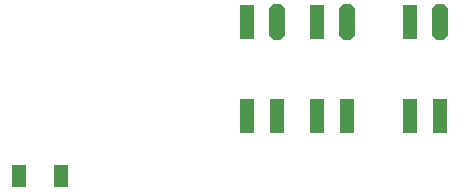
<source format=gtp>
%FSLAX23Y23*%
%MOIN*%
G70*
G01*
G75*
G04 Layer_Color=8421504*
G04:AMPARAMS|DCode=10|XSize=51mil|YSize=118mil|CornerRadius=0mil|HoleSize=0mil|Usage=FLASHONLY|Rotation=180.000|XOffset=0mil|YOffset=0mil|HoleType=Round|Shape=Octagon|*
%AMOCTAGOND10*
4,1,8,0.013,-0.059,-0.013,-0.059,-0.026,-0.046,-0.026,0.046,-0.013,0.059,0.013,0.059,0.026,0.046,0.026,-0.046,0.013,-0.059,0.0*
%
%ADD10OCTAGOND10*%

%ADD11R,0.051X0.118*%
%ADD12R,0.051X0.073*%
%ADD13C,0.039*%
%ADD14C,0.118*%
%ADD15C,0.030*%
%ADD16C,0.020*%
%ADD17C,0.060*%
%ADD18C,0.071*%
%ADD19R,0.071X0.071*%
%ADD20C,0.091*%
G04:AMPARAMS|DCode=21|XSize=98mil|YSize=118mil|CornerRadius=0mil|HoleSize=0mil|Usage=FLASHONLY|Rotation=180.000|XOffset=0mil|YOffset=0mil|HoleType=Round|Shape=Octagon|*
%AMOCTAGOND21*
4,1,8,0.025,-0.059,-0.025,-0.059,-0.049,-0.034,-0.049,0.034,-0.025,0.059,0.025,0.059,0.049,0.034,0.049,-0.034,0.025,-0.059,0.0*
%
%ADD21OCTAGOND21*%

%ADD22O,0.098X0.118*%
%ADD23C,0.074*%
%ADD24C,0.050*%
%ADD25C,0.028*%
%ADD26C,0.031*%
%ADD27R,0.055X0.043*%
%ADD28R,0.043X0.055*%
%ADD29R,0.177X0.118*%
%ADD30R,0.026X0.047*%
%ADD31R,0.047X0.026*%
%ADD32C,0.010*%
%ADD33C,0.059*%
%ADD34C,0.008*%
%ADD35C,0.006*%
%ADD36C,0.012*%
%ADD37C,0.020*%
%ADD38C,0.010*%
%ADD39C,0.008*%
%ADD40C,0.006*%
D10*
X-81Y1185D02*
D03*
X154D02*
D03*
X464D02*
D03*
D11*
X-181D02*
D03*
Y870D02*
D03*
X-81D02*
D03*
X154D02*
D03*
X54D02*
D03*
Y1185D02*
D03*
X464Y870D02*
D03*
X364D02*
D03*
Y1185D02*
D03*
D12*
X-800Y670D02*
D03*
X-941D02*
D03*
M02*

</source>
